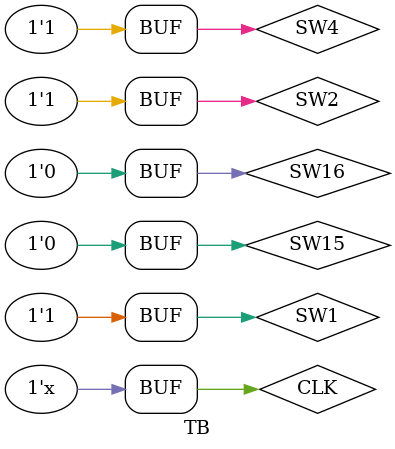
<source format=v>
`timescale 1ns / 1ps

module TB();
reg SW1, SW2, SW4, SW16, SW15;
wire [31:0] OUT;
reg CLK;        //for simulating 100MHz clock

initial CLK = 0;
always #5 CLK = ~ CLK; //100MHZ CLK

//SLOW_CLK clk(CLK, SCLK);
ALU16 UUT(.CLK100MHZ(CLK), .SW1(SW1), .SW2(SW2), .SW4(SW4),
.SW16(SW16), .SW15(SW15), .ans(OUT)); 

initial begin
    {SW16, SW15, SW4}    = 3'b000;
    
    {SW2, SW1}      = 2'b00; //ADD
    #10 {SW2, SW1}  = 2'b01; //SUBTRACT
    #10 {SW2, SW1}  = 2'b10; //MULT
    #10 {SW2, SW1}  = 2'b11; //RSHIFT
    #10 SW4         = 1'b1;  //RESET
    
end
endmodule
</source>
